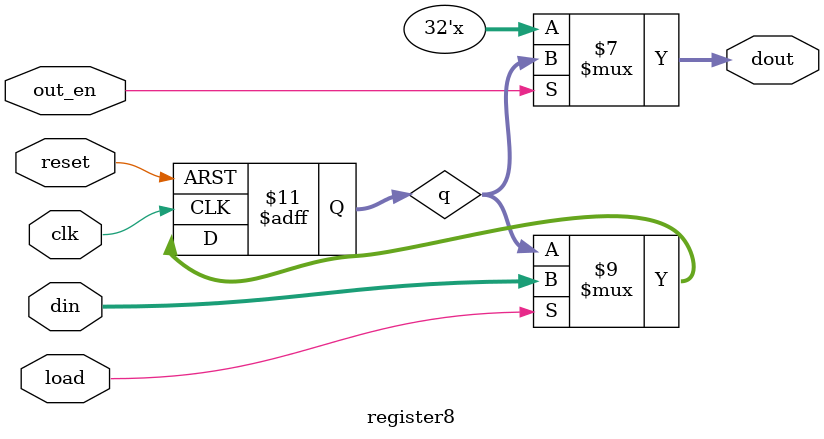
<source format=v>
`timescale 1ns / 1ps
module register8(
	out_en, load, clk, reset,
	din,
	dout
    );
parameter data_size = 32;

reg [data_size-1:0]q;
input out_en, load, clk, reset;
input [data_size-1:0]din;
output reg [data_size-1:0]dout;

always @ (posedge(clk) or posedge(reset))
begin
	if (reset == 1)
		q <= {data_size{1'b0}};
	else
		if (load == 1)
			q <= din;
end

always @ *
begin
	if (out_en == 1)
		dout = q;
	else
		dout = {data_size{1'bz}};
end

endmodule

</source>
